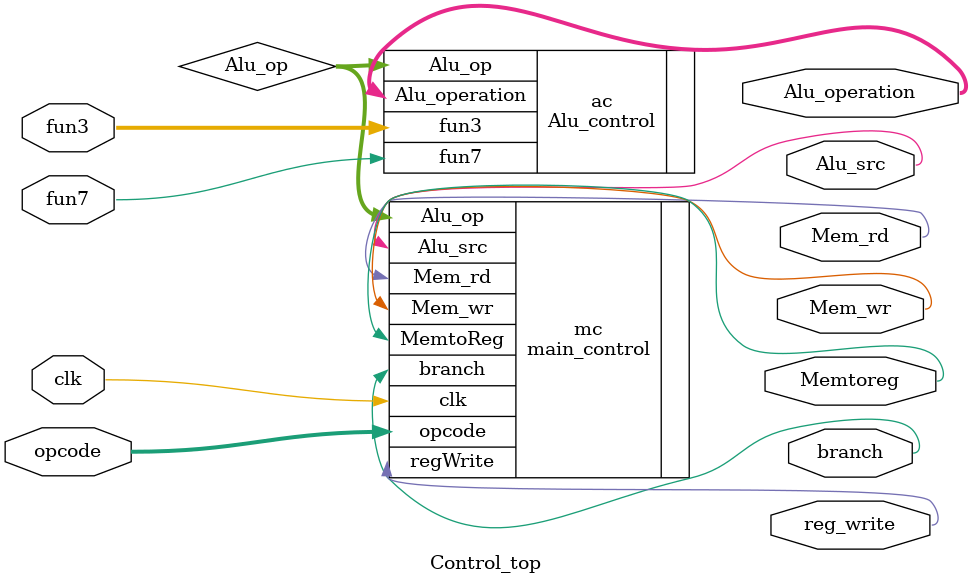
<source format=sv>
module Control_top(
input logic[6:0] opcode,
input logic clk,fun7,
input logic [2:0]fun3,
output logic branch,reg_write,Memtoreg,Mem_wr,Mem_rd,Alu_src,
output logic [4:0] Alu_operation
);
logic [2:0] Alu_op;

main_control mc(
.clk(clk),
.opcode(opcode),
.Alu_op(Alu_op),
.branch(branch),
.regWrite(reg_write),
.MemtoReg(Memtoreg),
.Mem_wr(Mem_wr),
.Mem_rd(Mem_rd),
.Alu_src(Alu_src)
);

Alu_control ac(
.Alu_op(Alu_op),
.Alu_operation(Alu_operation),
.fun3(fun3),
.fun7(fun7),
);
endmodule
</source>
